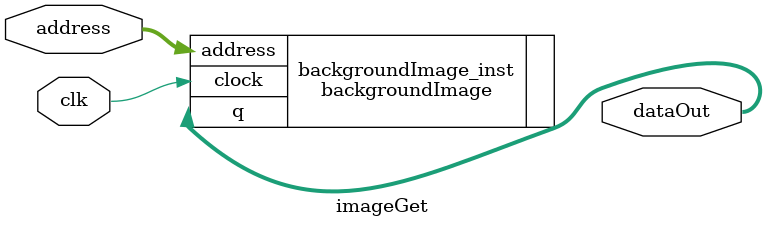
<source format=v>
module VGA_Display
	(		
		clk,								// on board 50Mhz clock
		ySign,							// 0(+) 1(-)
		iY,								//	y value from shift registers				
		oX,								// current x coordinate
		oY,								// current y coordinate
		oColor,							// colour corresponding to coordinate	
		oPlot,							//	1 = plot to screen
		KEY								
	);
	
	input				ySign;			// 0(+) 1(-)
	input		[32:0]iY;				//	y value from shift registers
	input				clk;				//	50 MHz
	input		[1:0] KEY;				//	Button[1:0]
	
	output   [8:0] oX;				// current x coordinate
	output   [7:0] oY;				// current y coordinate
	output   [2:0]	oColor;			// colour corresponding to coordinate	
	output 			oPlot;			//	1 = plot to screen
		
	DO_Controller FSM (clk, ~KEY[1], oColor, oX, oY, iY, ySign, oPlot);

endmodule

module DO_Controller (clock, isPaused, oColour, oX, oY, iY, ySign, plot);

input clock, isPaused, ySign;
input [32:0] iY;

output reg [2:0] oColour;
output reg [7:0] oX;
output reg [6:0] oY;
output reg plot;

parameter idle = 2'b00, clearDisplay = 2'b01, displayGraph = 2'b10, pauseGraph = 2'b11; //States
parameter maxWidth = 160, maxHeight = 120;

reg isCleared = 1'b0; //determines whether the graph is cleared and only the background is left
reg isGraphed = 1'b0; //determines whether one instance of the waveform has been plotted
reg[2:0] curState, nextState;
reg [7:0] tempX = 0;
reg [6:0] tempY;

wire [2:0] colorOfPixel;


// State Switcher //
always @ (*)
begin
	case (curState)
		idle: nextState <= clearDisplay;
		
		clearDisplay: if (isCleared == 'b1) nextState <= displayGraph;
						  else nextState <= clearDisplay;
			
		displayGraph: begin
						  if (isPaused == 'b1 && isGraphed == 'b1) nextState <= pauseGraph;
						  else if (isGraphed == 'b1) nextState <= idle;
						  else nextState <= displayGraph;
						  end
						  
		pauseGraph: if (isPaused == 'b0) nextState <= idle;
						else nextState <= pauseGraph;	
						
	   default: nextState <= idle;
	endcase
end

always @(posedge clock) 
begin
	curState <= nextState;
end
///////////////////////////////////////////////////////////////////////////////

imageGet clear(colorOfPixel, tempX + (maxWidth * tempY), clock);


always @ (posedge clock)
begin	
		oX = tempX;
		oY = tempY;
		
	if (curState == idle) //Resets flags
	begin
		tempY = 7'b0000000;
		tempX = 8'b00000000;
		isCleared <= 'b0;	
	   isGraphed <= 'b0;	
		plot <= 'b1;	
	end 
	
	if (curState == clearDisplay) //Redraws the background image over the current display
	begin			
	   oColour = colorOfPixel; //color of current coordinate pixels COLOR from the background image
	
		if (tempY != maxHeight)
			begin
				if (tempX == maxWidth)
				begin
					tempY = tempY + 1;
					tempX = 8'b00000000;
				end
				else	
					tempX = tempX + 1;
			end
		else
			begin
				isCleared <= 'b1;  
				tempX = 8'b00000000;
		      tempY = 7'b0000000;  
			end			
	end
	
	else if (curState == displayGraph) //Draws graph
	begin
		oColour = 'b100; //RED
		
	    if (ySign == 0)
			tempY = 60-iY;
		else
			tempY = 60+iY;

			if (tempX != maxWidth-1)
			begin
				tempX <= tempX + 1;
				isGraphed <= 'b0;		
			end
			else
				isGraphed <= 'b1; 		
	end
	
	else if (curState == pauseGraph)//Pauses full graph so user can see the waveform
	begin
	plot <= 'b0;	
	end
end
endmodule


//Get The Color from the specific address of the Background Image
module imageGet (dataOut, address, clk);
parameter width = 3;
parameter page = 18;

input 						clk;
input [page - 1: 0]	 	address;
output [width - 1 : 0] 	dataOut;

backgroundImage	backgroundImage_inst (
	.address ( address ),
	.clock ( clk ),
	.q ( dataOut )
	);

	
endmodule

</source>
